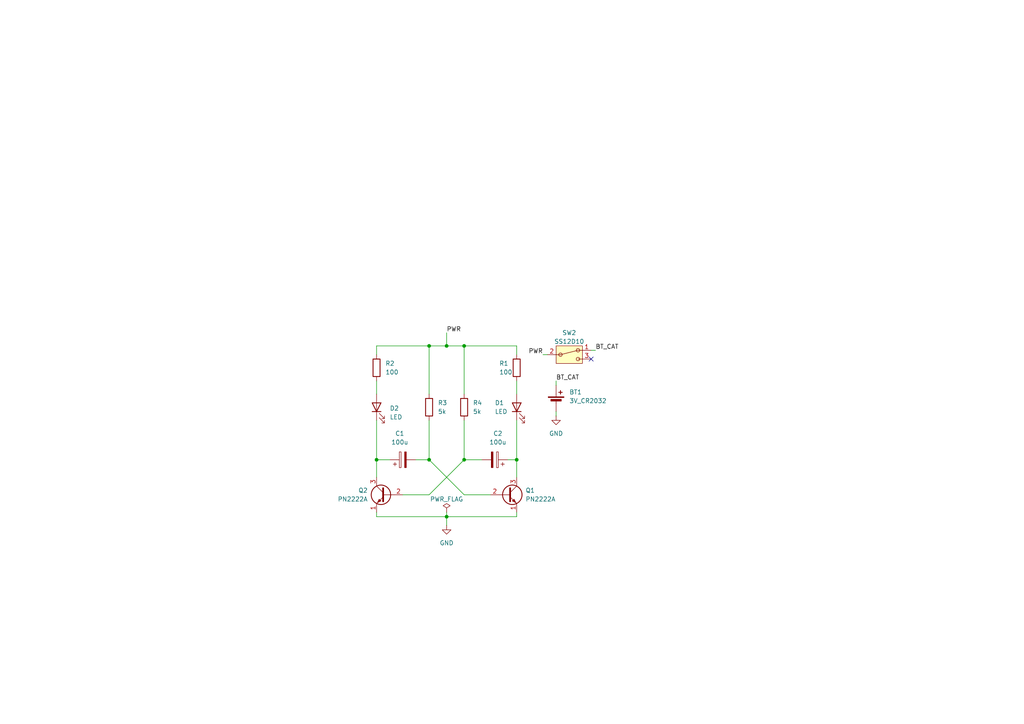
<source format=kicad_sch>
(kicad_sch
	(version 20250114)
	(generator "eeschema")
	(generator_version "9.0")
	(uuid "7878ac45-08c1-4532-a2a0-9d343f499108")
	(paper "A4")
	(title_block
		(title "LED Flip Flop Board")
		(date "2025-08-29")
		(company "Individual Project")
	)
	(lib_symbols
		(symbol "Device:Battery_Cell"
			(pin_numbers
				(hide yes)
			)
			(pin_names
				(offset 0)
				(hide yes)
			)
			(exclude_from_sim no)
			(in_bom yes)
			(on_board yes)
			(property "Reference" "BT"
				(at 2.54 2.54 0)
				(effects
					(font
						(size 1.27 1.27)
					)
					(justify left)
				)
			)
			(property "Value" "Battery_Cell"
				(at 2.54 0 0)
				(effects
					(font
						(size 1.27 1.27)
					)
					(justify left)
				)
			)
			(property "Footprint" ""
				(at 0 1.524 90)
				(effects
					(font
						(size 1.27 1.27)
					)
					(hide yes)
				)
			)
			(property "Datasheet" "~"
				(at 0 1.524 90)
				(effects
					(font
						(size 1.27 1.27)
					)
					(hide yes)
				)
			)
			(property "Description" "Single-cell battery"
				(at 0 0 0)
				(effects
					(font
						(size 1.27 1.27)
					)
					(hide yes)
				)
			)
			(property "ki_keywords" "battery cell"
				(at 0 0 0)
				(effects
					(font
						(size 1.27 1.27)
					)
					(hide yes)
				)
			)
			(symbol "Battery_Cell_0_1"
				(rectangle
					(start -2.286 1.778)
					(end 2.286 1.524)
					(stroke
						(width 0)
						(type default)
					)
					(fill
						(type outline)
					)
				)
				(rectangle
					(start -1.524 1.016)
					(end 1.524 0.508)
					(stroke
						(width 0)
						(type default)
					)
					(fill
						(type outline)
					)
				)
				(polyline
					(pts
						(xy 0 1.778) (xy 0 2.54)
					)
					(stroke
						(width 0)
						(type default)
					)
					(fill
						(type none)
					)
				)
				(polyline
					(pts
						(xy 0 0.762) (xy 0 0)
					)
					(stroke
						(width 0)
						(type default)
					)
					(fill
						(type none)
					)
				)
				(polyline
					(pts
						(xy 0.762 3.048) (xy 1.778 3.048)
					)
					(stroke
						(width 0.254)
						(type default)
					)
					(fill
						(type none)
					)
				)
				(polyline
					(pts
						(xy 1.27 3.556) (xy 1.27 2.54)
					)
					(stroke
						(width 0.254)
						(type default)
					)
					(fill
						(type none)
					)
				)
			)
			(symbol "Battery_Cell_1_1"
				(pin passive line
					(at 0 5.08 270)
					(length 2.54)
					(name "+"
						(effects
							(font
								(size 1.27 1.27)
							)
						)
					)
					(number "1"
						(effects
							(font
								(size 1.27 1.27)
							)
						)
					)
				)
				(pin passive line
					(at 0 -2.54 90)
					(length 2.54)
					(name "-"
						(effects
							(font
								(size 1.27 1.27)
							)
						)
					)
					(number "2"
						(effects
							(font
								(size 1.27 1.27)
							)
						)
					)
				)
			)
			(embedded_fonts no)
		)
		(symbol "Device:C_Polarized"
			(pin_numbers
				(hide yes)
			)
			(pin_names
				(offset 0.254)
			)
			(exclude_from_sim no)
			(in_bom yes)
			(on_board yes)
			(property "Reference" "C"
				(at 0.635 2.54 0)
				(effects
					(font
						(size 1.27 1.27)
					)
					(justify left)
				)
			)
			(property "Value" "C_Polarized"
				(at 0.635 -2.54 0)
				(effects
					(font
						(size 1.27 1.27)
					)
					(justify left)
				)
			)
			(property "Footprint" ""
				(at 0.9652 -3.81 0)
				(effects
					(font
						(size 1.27 1.27)
					)
					(hide yes)
				)
			)
			(property "Datasheet" "~"
				(at 0 0 0)
				(effects
					(font
						(size 1.27 1.27)
					)
					(hide yes)
				)
			)
			(property "Description" "Polarized capacitor"
				(at 0 0 0)
				(effects
					(font
						(size 1.27 1.27)
					)
					(hide yes)
				)
			)
			(property "ki_keywords" "cap capacitor"
				(at 0 0 0)
				(effects
					(font
						(size 1.27 1.27)
					)
					(hide yes)
				)
			)
			(property "ki_fp_filters" "CP_*"
				(at 0 0 0)
				(effects
					(font
						(size 1.27 1.27)
					)
					(hide yes)
				)
			)
			(symbol "C_Polarized_0_1"
				(rectangle
					(start -2.286 0.508)
					(end 2.286 1.016)
					(stroke
						(width 0)
						(type default)
					)
					(fill
						(type none)
					)
				)
				(polyline
					(pts
						(xy -1.778 2.286) (xy -0.762 2.286)
					)
					(stroke
						(width 0)
						(type default)
					)
					(fill
						(type none)
					)
				)
				(polyline
					(pts
						(xy -1.27 2.794) (xy -1.27 1.778)
					)
					(stroke
						(width 0)
						(type default)
					)
					(fill
						(type none)
					)
				)
				(rectangle
					(start 2.286 -0.508)
					(end -2.286 -1.016)
					(stroke
						(width 0)
						(type default)
					)
					(fill
						(type outline)
					)
				)
			)
			(symbol "C_Polarized_1_1"
				(pin passive line
					(at 0 3.81 270)
					(length 2.794)
					(name "~"
						(effects
							(font
								(size 1.27 1.27)
							)
						)
					)
					(number "1"
						(effects
							(font
								(size 1.27 1.27)
							)
						)
					)
				)
				(pin passive line
					(at 0 -3.81 90)
					(length 2.794)
					(name "~"
						(effects
							(font
								(size 1.27 1.27)
							)
						)
					)
					(number "2"
						(effects
							(font
								(size 1.27 1.27)
							)
						)
					)
				)
			)
			(embedded_fonts no)
		)
		(symbol "Device:LED"
			(pin_numbers
				(hide yes)
			)
			(pin_names
				(offset 1.016)
				(hide yes)
			)
			(exclude_from_sim no)
			(in_bom yes)
			(on_board yes)
			(property "Reference" "D"
				(at 0 2.54 0)
				(effects
					(font
						(size 1.27 1.27)
					)
				)
			)
			(property "Value" "LED"
				(at 0 -2.54 0)
				(effects
					(font
						(size 1.27 1.27)
					)
				)
			)
			(property "Footprint" ""
				(at 0 0 0)
				(effects
					(font
						(size 1.27 1.27)
					)
					(hide yes)
				)
			)
			(property "Datasheet" "~"
				(at 0 0 0)
				(effects
					(font
						(size 1.27 1.27)
					)
					(hide yes)
				)
			)
			(property "Description" "Light emitting diode"
				(at 0 0 0)
				(effects
					(font
						(size 1.27 1.27)
					)
					(hide yes)
				)
			)
			(property "Sim.Pins" "1=K 2=A"
				(at 0 0 0)
				(effects
					(font
						(size 1.27 1.27)
					)
					(hide yes)
				)
			)
			(property "ki_keywords" "LED diode"
				(at 0 0 0)
				(effects
					(font
						(size 1.27 1.27)
					)
					(hide yes)
				)
			)
			(property "ki_fp_filters" "LED* LED_SMD:* LED_THT:*"
				(at 0 0 0)
				(effects
					(font
						(size 1.27 1.27)
					)
					(hide yes)
				)
			)
			(symbol "LED_0_1"
				(polyline
					(pts
						(xy -3.048 -0.762) (xy -4.572 -2.286) (xy -3.81 -2.286) (xy -4.572 -2.286) (xy -4.572 -1.524)
					)
					(stroke
						(width 0)
						(type default)
					)
					(fill
						(type none)
					)
				)
				(polyline
					(pts
						(xy -1.778 -0.762) (xy -3.302 -2.286) (xy -2.54 -2.286) (xy -3.302 -2.286) (xy -3.302 -1.524)
					)
					(stroke
						(width 0)
						(type default)
					)
					(fill
						(type none)
					)
				)
				(polyline
					(pts
						(xy -1.27 0) (xy 1.27 0)
					)
					(stroke
						(width 0)
						(type default)
					)
					(fill
						(type none)
					)
				)
				(polyline
					(pts
						(xy -1.27 -1.27) (xy -1.27 1.27)
					)
					(stroke
						(width 0.254)
						(type default)
					)
					(fill
						(type none)
					)
				)
				(polyline
					(pts
						(xy 1.27 -1.27) (xy 1.27 1.27) (xy -1.27 0) (xy 1.27 -1.27)
					)
					(stroke
						(width 0.254)
						(type default)
					)
					(fill
						(type none)
					)
				)
			)
			(symbol "LED_1_1"
				(pin passive line
					(at -3.81 0 0)
					(length 2.54)
					(name "K"
						(effects
							(font
								(size 1.27 1.27)
							)
						)
					)
					(number "1"
						(effects
							(font
								(size 1.27 1.27)
							)
						)
					)
				)
				(pin passive line
					(at 3.81 0 180)
					(length 2.54)
					(name "A"
						(effects
							(font
								(size 1.27 1.27)
							)
						)
					)
					(number "2"
						(effects
							(font
								(size 1.27 1.27)
							)
						)
					)
				)
			)
			(embedded_fonts no)
		)
		(symbol "Device:R"
			(pin_numbers
				(hide yes)
			)
			(pin_names
				(offset 0)
			)
			(exclude_from_sim no)
			(in_bom yes)
			(on_board yes)
			(property "Reference" "R"
				(at 2.032 0 90)
				(effects
					(font
						(size 1.27 1.27)
					)
				)
			)
			(property "Value" "R"
				(at 0 0 90)
				(effects
					(font
						(size 1.27 1.27)
					)
				)
			)
			(property "Footprint" ""
				(at -1.778 0 90)
				(effects
					(font
						(size 1.27 1.27)
					)
					(hide yes)
				)
			)
			(property "Datasheet" "~"
				(at 0 0 0)
				(effects
					(font
						(size 1.27 1.27)
					)
					(hide yes)
				)
			)
			(property "Description" "Resistor"
				(at 0 0 0)
				(effects
					(font
						(size 1.27 1.27)
					)
					(hide yes)
				)
			)
			(property "ki_keywords" "R res resistor"
				(at 0 0 0)
				(effects
					(font
						(size 1.27 1.27)
					)
					(hide yes)
				)
			)
			(property "ki_fp_filters" "R_*"
				(at 0 0 0)
				(effects
					(font
						(size 1.27 1.27)
					)
					(hide yes)
				)
			)
			(symbol "R_0_1"
				(rectangle
					(start -1.016 2.54)
					(end 1.016 -2.54)
					(stroke
						(width 0.254)
						(type default)
					)
					(fill
						(type none)
					)
				)
			)
			(symbol "R_1_1"
				(pin passive line
					(at 0 3.81 270)
					(length 1.27)
					(name "~"
						(effects
							(font
								(size 1.27 1.27)
							)
						)
					)
					(number "1"
						(effects
							(font
								(size 1.27 1.27)
							)
						)
					)
				)
				(pin passive line
					(at 0 -3.81 90)
					(length 1.27)
					(name "~"
						(effects
							(font
								(size 1.27 1.27)
							)
						)
					)
					(number "2"
						(effects
							(font
								(size 1.27 1.27)
							)
						)
					)
				)
			)
			(embedded_fonts no)
		)
		(symbol "Slide_Switch_SS12D10:SS-12D10"
			(exclude_from_sim no)
			(in_bom yes)
			(on_board yes)
			(property "Reference" "SW"
				(at 0 3.81 0)
				(effects
					(font
						(size 1.27 1.27)
					)
				)
			)
			(property "Value" ""
				(at 0 0 0)
				(effects
					(font
						(size 1.27 1.27)
					)
				)
			)
			(property "Footprint" "Slide_Switch_SS12D10:SS12D10_12.7x6.7mm_P4.7mm"
				(at -0.254 -4.572 0)
				(effects
					(font
						(size 1.27 1.27)
					)
					(hide yes)
				)
			)
			(property "Datasheet" "https://www.chinadaier.com/slide-switch-spdt/"
				(at 0 -7.62 0)
				(effects
					(font
						(size 1.27 1.27)
					)
					(hide yes)
				)
			)
			(property "Description" ""
				(at 0 0 0)
				(effects
					(font
						(size 1.27 1.27)
					)
					(hide yes)
				)
			)
			(property "ki_keywords" "switch, SS12D10"
				(at 0 0 0)
				(effects
					(font
						(size 1.27 1.27)
					)
					(hide yes)
				)
			)
			(symbol "SS-12D10_1_1"
				(rectangle
					(start -3.81 2.54)
					(end 3.81 -2.54)
					(stroke
						(width 0)
						(type solid)
					)
					(fill
						(type color)
						(color 255 255 194 1)
					)
				)
				(polyline
					(pts
						(xy -3.81 0) (xy -2.54 0)
					)
					(stroke
						(width 0)
						(type default)
					)
					(fill
						(type none)
					)
				)
				(circle
					(center -2.54 0)
					(radius 0.5)
					(stroke
						(width 0)
						(type default)
					)
					(fill
						(type none)
					)
				)
				(polyline
					(pts
						(xy -2.54 0) (xy 2.54 1.27)
					)
					(stroke
						(width 0)
						(type default)
					)
					(fill
						(type none)
					)
				)
				(circle
					(center 2.54 1.27)
					(radius 0.5)
					(stroke
						(width 0)
						(type default)
					)
					(fill
						(type none)
					)
				)
				(circle
					(center 2.54 -1.27)
					(radius 0.5)
					(stroke
						(width 0)
						(type default)
					)
					(fill
						(type none)
					)
				)
				(polyline
					(pts
						(xy 3.81 1.27) (xy 2.54 1.27)
					)
					(stroke
						(width 0)
						(type default)
					)
					(fill
						(type none)
					)
				)
				(polyline
					(pts
						(xy 3.81 -1.27) (xy 2.54 -1.27)
					)
					(stroke
						(width 0)
						(type default)
					)
					(fill
						(type none)
					)
				)
				(pin passive line
					(at -6.35 0 0)
					(length 2.54)
					(name "~"
						(effects
							(font
								(size 1.27 1.27)
							)
						)
					)
					(number "2"
						(effects
							(font
								(size 1.27 1.27)
							)
						)
					)
				)
				(pin passive line
					(at 6.35 1.27 180)
					(length 2.54)
					(name "~"
						(effects
							(font
								(size 1.27 1.27)
							)
						)
					)
					(number "1"
						(effects
							(font
								(size 1.27 1.27)
							)
						)
					)
				)
				(pin passive line
					(at 6.35 -1.27 180)
					(length 2.54)
					(name "~"
						(effects
							(font
								(size 1.27 1.27)
							)
						)
					)
					(number "3"
						(effects
							(font
								(size 1.27 1.27)
							)
						)
					)
				)
			)
			(embedded_fonts no)
		)
		(symbol "Transistor_BJT:PN2222A"
			(pin_names
				(offset 0)
				(hide yes)
			)
			(exclude_from_sim no)
			(in_bom yes)
			(on_board yes)
			(property "Reference" "Q"
				(at 5.08 1.905 0)
				(effects
					(font
						(size 1.27 1.27)
					)
					(justify left)
				)
			)
			(property "Value" "PN2222A"
				(at 5.08 0 0)
				(effects
					(font
						(size 1.27 1.27)
					)
					(justify left)
				)
			)
			(property "Footprint" "Package_TO_SOT_THT:TO-92_Inline"
				(at 5.08 -1.905 0)
				(effects
					(font
						(size 1.27 1.27)
						(italic yes)
					)
					(justify left)
					(hide yes)
				)
			)
			(property "Datasheet" "https://www.onsemi.com/pub/Collateral/PN2222-D.PDF"
				(at 0 0 0)
				(effects
					(font
						(size 1.27 1.27)
					)
					(justify left)
					(hide yes)
				)
			)
			(property "Description" "1A Ic, 40V Vce, NPN Transistor, General Purpose Transistor, TO-92"
				(at 0 0 0)
				(effects
					(font
						(size 1.27 1.27)
					)
					(hide yes)
				)
			)
			(property "ki_keywords" "NPN Transistor"
				(at 0 0 0)
				(effects
					(font
						(size 1.27 1.27)
					)
					(hide yes)
				)
			)
			(property "ki_fp_filters" "TO?92*"
				(at 0 0 0)
				(effects
					(font
						(size 1.27 1.27)
					)
					(hide yes)
				)
			)
			(symbol "PN2222A_0_1"
				(polyline
					(pts
						(xy -2.54 0) (xy 0.635 0)
					)
					(stroke
						(width 0)
						(type default)
					)
					(fill
						(type none)
					)
				)
				(polyline
					(pts
						(xy 0.635 1.905) (xy 0.635 -1.905)
					)
					(stroke
						(width 0.508)
						(type default)
					)
					(fill
						(type none)
					)
				)
				(circle
					(center 1.27 0)
					(radius 2.8194)
					(stroke
						(width 0.254)
						(type default)
					)
					(fill
						(type none)
					)
				)
			)
			(symbol "PN2222A_1_1"
				(polyline
					(pts
						(xy 0.635 0.635) (xy 2.54 2.54)
					)
					(stroke
						(width 0)
						(type default)
					)
					(fill
						(type none)
					)
				)
				(polyline
					(pts
						(xy 0.635 -0.635) (xy 2.54 -2.54)
					)
					(stroke
						(width 0)
						(type default)
					)
					(fill
						(type none)
					)
				)
				(polyline
					(pts
						(xy 1.27 -1.778) (xy 1.778 -1.27) (xy 2.286 -2.286) (xy 1.27 -1.778)
					)
					(stroke
						(width 0)
						(type default)
					)
					(fill
						(type outline)
					)
				)
				(pin input line
					(at -5.08 0 0)
					(length 2.54)
					(name "B"
						(effects
							(font
								(size 1.27 1.27)
							)
						)
					)
					(number "2"
						(effects
							(font
								(size 1.27 1.27)
							)
						)
					)
				)
				(pin passive line
					(at 2.54 5.08 270)
					(length 2.54)
					(name "C"
						(effects
							(font
								(size 1.27 1.27)
							)
						)
					)
					(number "3"
						(effects
							(font
								(size 1.27 1.27)
							)
						)
					)
				)
				(pin passive line
					(at 2.54 -5.08 90)
					(length 2.54)
					(name "E"
						(effects
							(font
								(size 1.27 1.27)
							)
						)
					)
					(number "1"
						(effects
							(font
								(size 1.27 1.27)
							)
						)
					)
				)
			)
			(embedded_fonts no)
		)
		(symbol "power:GND"
			(power)
			(pin_numbers
				(hide yes)
			)
			(pin_names
				(offset 0)
				(hide yes)
			)
			(exclude_from_sim no)
			(in_bom yes)
			(on_board yes)
			(property "Reference" "#PWR"
				(at 0 -6.35 0)
				(effects
					(font
						(size 1.27 1.27)
					)
					(hide yes)
				)
			)
			(property "Value" "GND"
				(at 0 -3.81 0)
				(effects
					(font
						(size 1.27 1.27)
					)
				)
			)
			(property "Footprint" ""
				(at 0 0 0)
				(effects
					(font
						(size 1.27 1.27)
					)
					(hide yes)
				)
			)
			(property "Datasheet" ""
				(at 0 0 0)
				(effects
					(font
						(size 1.27 1.27)
					)
					(hide yes)
				)
			)
			(property "Description" "Power symbol creates a global label with name \"GND\" , ground"
				(at 0 0 0)
				(effects
					(font
						(size 1.27 1.27)
					)
					(hide yes)
				)
			)
			(property "ki_keywords" "global power"
				(at 0 0 0)
				(effects
					(font
						(size 1.27 1.27)
					)
					(hide yes)
				)
			)
			(symbol "GND_0_1"
				(polyline
					(pts
						(xy 0 0) (xy 0 -1.27) (xy 1.27 -1.27) (xy 0 -2.54) (xy -1.27 -1.27) (xy 0 -1.27)
					)
					(stroke
						(width 0)
						(type default)
					)
					(fill
						(type none)
					)
				)
			)
			(symbol "GND_1_1"
				(pin power_in line
					(at 0 0 270)
					(length 0)
					(name "~"
						(effects
							(font
								(size 1.27 1.27)
							)
						)
					)
					(number "1"
						(effects
							(font
								(size 1.27 1.27)
							)
						)
					)
				)
			)
			(embedded_fonts no)
		)
		(symbol "power:PWR_FLAG"
			(power)
			(pin_numbers
				(hide yes)
			)
			(pin_names
				(offset 0)
				(hide yes)
			)
			(exclude_from_sim no)
			(in_bom yes)
			(on_board yes)
			(property "Reference" "#FLG"
				(at 0 1.905 0)
				(effects
					(font
						(size 1.27 1.27)
					)
					(hide yes)
				)
			)
			(property "Value" "PWR_FLAG"
				(at 0 3.81 0)
				(effects
					(font
						(size 1.27 1.27)
					)
				)
			)
			(property "Footprint" ""
				(at 0 0 0)
				(effects
					(font
						(size 1.27 1.27)
					)
					(hide yes)
				)
			)
			(property "Datasheet" "~"
				(at 0 0 0)
				(effects
					(font
						(size 1.27 1.27)
					)
					(hide yes)
				)
			)
			(property "Description" "Special symbol for telling ERC where power comes from"
				(at 0 0 0)
				(effects
					(font
						(size 1.27 1.27)
					)
					(hide yes)
				)
			)
			(property "ki_keywords" "flag power"
				(at 0 0 0)
				(effects
					(font
						(size 1.27 1.27)
					)
					(hide yes)
				)
			)
			(symbol "PWR_FLAG_0_0"
				(pin power_out line
					(at 0 0 90)
					(length 0)
					(name "~"
						(effects
							(font
								(size 1.27 1.27)
							)
						)
					)
					(number "1"
						(effects
							(font
								(size 1.27 1.27)
							)
						)
					)
				)
			)
			(symbol "PWR_FLAG_0_1"
				(polyline
					(pts
						(xy 0 0) (xy 0 1.27) (xy -1.016 1.905) (xy 0 2.54) (xy 1.016 1.905) (xy 0 1.27)
					)
					(stroke
						(width 0)
						(type default)
					)
					(fill
						(type none)
					)
				)
			)
			(embedded_fonts no)
		)
	)
	(junction
		(at 129.54 100.33)
		(diameter 0)
		(color 0 0 0 0)
		(uuid "16010de6-5452-4466-b3a3-dc14d43ea944")
	)
	(junction
		(at 134.62 133.35)
		(diameter 0)
		(color 0 0 0 0)
		(uuid "18536491-7f28-454b-a585-5c0b15b23aef")
	)
	(junction
		(at 124.46 133.35)
		(diameter 0)
		(color 0 0 0 0)
		(uuid "1fa268bf-1140-457b-8390-374b2e7a65fc")
	)
	(junction
		(at 134.62 100.33)
		(diameter 0)
		(color 0 0 0 0)
		(uuid "2c90da79-13f4-481f-b042-1f1f7bf39df8")
	)
	(junction
		(at 124.46 100.33)
		(diameter 0)
		(color 0 0 0 0)
		(uuid "72547062-0518-4945-8207-3a84436e9540")
	)
	(junction
		(at 129.54 149.86)
		(diameter 0)
		(color 0 0 0 0)
		(uuid "80712585-a99c-46a4-80a8-d737804b8427")
	)
	(junction
		(at 109.22 133.35)
		(diameter 0)
		(color 0 0 0 0)
		(uuid "82e61b8e-306f-4439-86b1-f5d0aa5acbe9")
	)
	(junction
		(at 149.86 133.35)
		(diameter 0)
		(color 0 0 0 0)
		(uuid "dac4f458-1876-453b-a843-4bfd22e0de0d")
	)
	(no_connect
		(at 171.45 104.14)
		(uuid "0030dd19-d3de-4bb2-ac81-b8d0661aa596")
	)
	(wire
		(pts
			(xy 109.22 149.86) (xy 129.54 149.86)
		)
		(stroke
			(width 0)
			(type default)
		)
		(uuid "0a927607-a4ee-4f37-9ef6-c383986c4d83")
	)
	(wire
		(pts
			(xy 124.46 100.33) (xy 124.46 114.3)
		)
		(stroke
			(width 0)
			(type default)
		)
		(uuid "15ef4054-78db-4ce5-91ad-96a9fb6b7083")
	)
	(wire
		(pts
			(xy 134.62 143.51) (xy 124.46 133.35)
		)
		(stroke
			(width 0)
			(type default)
		)
		(uuid "1962a147-dfd8-4104-a06e-2413c65c8eeb")
	)
	(wire
		(pts
			(xy 149.86 110.49) (xy 149.86 114.3)
		)
		(stroke
			(width 0)
			(type default)
		)
		(uuid "19da7353-8afb-40d8-8740-0d5d991ccdf7")
	)
	(wire
		(pts
			(xy 149.86 121.92) (xy 149.86 133.35)
		)
		(stroke
			(width 0)
			(type default)
		)
		(uuid "1b43dd31-335f-4ab0-b9ae-ca373567241f")
	)
	(wire
		(pts
			(xy 129.54 149.86) (xy 149.86 149.86)
		)
		(stroke
			(width 0)
			(type default)
		)
		(uuid "1d5ae364-bcc9-4354-b6b3-cf51f2779d3c")
	)
	(wire
		(pts
			(xy 158.75 102.87) (xy 157.48 102.87)
		)
		(stroke
			(width 0)
			(type default)
		)
		(uuid "25801695-ed9c-4dc7-8e74-a27d95fd2be2")
	)
	(wire
		(pts
			(xy 129.54 100.33) (xy 134.62 100.33)
		)
		(stroke
			(width 0)
			(type default)
		)
		(uuid "29acef59-e6a8-451d-af56-86229e120b2c")
	)
	(wire
		(pts
			(xy 124.46 143.51) (xy 134.62 133.35)
		)
		(stroke
			(width 0)
			(type default)
		)
		(uuid "3214f3e2-d294-474f-9f01-a2ee59b1a4b1")
	)
	(wire
		(pts
			(xy 109.22 100.33) (xy 124.46 100.33)
		)
		(stroke
			(width 0)
			(type default)
		)
		(uuid "381f07ad-db3d-4a28-93c9-30a2660c637d")
	)
	(wire
		(pts
			(xy 134.62 100.33) (xy 149.86 100.33)
		)
		(stroke
			(width 0)
			(type default)
		)
		(uuid "3ac50918-9787-48fe-afef-61ebf7c8274c")
	)
	(wire
		(pts
			(xy 116.84 143.51) (xy 124.46 143.51)
		)
		(stroke
			(width 0)
			(type default)
		)
		(uuid "44f5c9b8-7261-477c-ba48-970826d389a4")
	)
	(wire
		(pts
			(xy 149.86 100.33) (xy 149.86 102.87)
		)
		(stroke
			(width 0)
			(type default)
		)
		(uuid "4e085bdd-aaea-41a0-91b4-aa6e09e3d75a")
	)
	(wire
		(pts
			(xy 161.29 110.49) (xy 161.29 111.76)
		)
		(stroke
			(width 0)
			(type default)
		)
		(uuid "50aeef93-844c-4907-a94c-47880ae3d2ee")
	)
	(wire
		(pts
			(xy 149.86 148.59) (xy 149.86 149.86)
		)
		(stroke
			(width 0)
			(type default)
		)
		(uuid "67b61d3f-0322-4e54-8d5c-3f63b5a9c781")
	)
	(wire
		(pts
			(xy 161.29 119.38) (xy 161.29 120.65)
		)
		(stroke
			(width 0)
			(type default)
		)
		(uuid "728eb9bf-33da-451e-9d7d-453d921841e1")
	)
	(wire
		(pts
			(xy 129.54 149.86) (xy 129.54 152.4)
		)
		(stroke
			(width 0)
			(type default)
		)
		(uuid "772cc35d-9917-4363-b421-200b51062651")
	)
	(wire
		(pts
			(xy 109.22 102.87) (xy 109.22 100.33)
		)
		(stroke
			(width 0)
			(type default)
		)
		(uuid "9eefb742-aecc-4873-baea-85f54d54bf74")
	)
	(wire
		(pts
			(xy 109.22 148.59) (xy 109.22 149.86)
		)
		(stroke
			(width 0)
			(type default)
		)
		(uuid "a29e310a-91c7-4211-b941-627bae657ccd")
	)
	(wire
		(pts
			(xy 149.86 133.35) (xy 149.86 138.43)
		)
		(stroke
			(width 0)
			(type default)
		)
		(uuid "a8445cac-225e-4af2-9af4-fc69895d2fc7")
	)
	(wire
		(pts
			(xy 120.65 133.35) (xy 124.46 133.35)
		)
		(stroke
			(width 0)
			(type default)
		)
		(uuid "a882b83b-2fb6-4ab0-baa5-97ef92b8032f")
	)
	(wire
		(pts
			(xy 134.62 100.33) (xy 134.62 114.3)
		)
		(stroke
			(width 0)
			(type default)
		)
		(uuid "b7e1a8dd-7577-4ad6-8f5f-8d519faaec27")
	)
	(wire
		(pts
			(xy 124.46 100.33) (xy 129.54 100.33)
		)
		(stroke
			(width 0)
			(type default)
		)
		(uuid "bdd89ca2-919a-429f-973d-333fe7030e57")
	)
	(wire
		(pts
			(xy 134.62 133.35) (xy 139.7 133.35)
		)
		(stroke
			(width 0)
			(type default)
		)
		(uuid "c67d2e8a-84b0-4eb2-b189-818000d92d53")
	)
	(wire
		(pts
			(xy 134.62 121.92) (xy 134.62 133.35)
		)
		(stroke
			(width 0)
			(type default)
		)
		(uuid "d1601d91-4efb-4dc0-8612-aa31ec33b04e")
	)
	(wire
		(pts
			(xy 129.54 96.52) (xy 129.54 100.33)
		)
		(stroke
			(width 0)
			(type default)
		)
		(uuid "d3804395-7377-4d75-b8e7-798b6fd79df1")
	)
	(wire
		(pts
			(xy 134.62 143.51) (xy 142.24 143.51)
		)
		(stroke
			(width 0)
			(type default)
		)
		(uuid "d8d383be-c332-4def-9efc-384c796116fe")
	)
	(wire
		(pts
			(xy 109.22 121.92) (xy 109.22 133.35)
		)
		(stroke
			(width 0)
			(type default)
		)
		(uuid "dd65abaf-bf94-4e62-9a10-f7d8c0c2d0f0")
	)
	(wire
		(pts
			(xy 109.22 133.35) (xy 113.03 133.35)
		)
		(stroke
			(width 0)
			(type default)
		)
		(uuid "e2ec0600-7e2c-4d29-837e-dec31702ed27")
	)
	(wire
		(pts
			(xy 124.46 121.92) (xy 124.46 133.35)
		)
		(stroke
			(width 0)
			(type default)
		)
		(uuid "e41d14a5-4482-482a-bcc7-ca2be1e5a5a5")
	)
	(wire
		(pts
			(xy 147.32 133.35) (xy 149.86 133.35)
		)
		(stroke
			(width 0)
			(type default)
		)
		(uuid "ef316909-6df8-450c-b646-31d806455665")
	)
	(wire
		(pts
			(xy 109.22 133.35) (xy 109.22 138.43)
		)
		(stroke
			(width 0)
			(type default)
		)
		(uuid "f05770db-23e0-4c5d-a2da-e3b3acb7ab0b")
	)
	(wire
		(pts
			(xy 171.45 101.6) (xy 172.72 101.6)
		)
		(stroke
			(width 0)
			(type default)
		)
		(uuid "f2ff05e2-f460-43d1-86a9-d50c21447bc0")
	)
	(wire
		(pts
			(xy 129.54 148.59) (xy 129.54 149.86)
		)
		(stroke
			(width 0)
			(type default)
		)
		(uuid "f4d508d0-cbce-482d-9ee2-3bebb773ec0c")
	)
	(wire
		(pts
			(xy 109.22 110.49) (xy 109.22 114.3)
		)
		(stroke
			(width 0)
			(type default)
		)
		(uuid "fb80b729-1ff6-45d0-9b7c-d4c7cb4c59b8")
	)
	(label "PWR"
		(at 129.54 96.52 0)
		(effects
			(font
				(size 1.27 1.27)
			)
			(justify left bottom)
		)
		(uuid "4fa5f01a-70ee-4e36-b96f-bcf31af1f3b1")
	)
	(label "BT_CAT"
		(at 172.72 101.6 0)
		(effects
			(font
				(size 1.27 1.27)
			)
			(justify left bottom)
		)
		(uuid "617e3813-86d3-4e57-bc10-88435d867b85")
	)
	(label "BT_CAT"
		(at 161.29 110.49 0)
		(effects
			(font
				(size 1.27 1.27)
			)
			(justify left bottom)
		)
		(uuid "9f85878f-de25-40e3-9894-3f69362fb16f")
	)
	(label "PWR"
		(at 157.48 102.87 180)
		(effects
			(font
				(size 1.27 1.27)
			)
			(justify right bottom)
		)
		(uuid "cffe1f99-c652-4fa0-8adc-5caf00ffcfa1")
	)
	(symbol
		(lib_id "Device:R")
		(at 134.62 118.11 0)
		(unit 1)
		(exclude_from_sim no)
		(in_bom yes)
		(on_board yes)
		(dnp no)
		(fields_autoplaced yes)
		(uuid "099fad68-08a3-4011-ab7c-2b6cd72fb305")
		(property "Reference" "R4"
			(at 137.16 116.8399 0)
			(effects
				(font
					(size 1.27 1.27)
				)
				(justify left)
			)
		)
		(property "Value" "5k"
			(at 137.16 119.3799 0)
			(effects
				(font
					(size 1.27 1.27)
				)
				(justify left)
			)
		)
		(property "Footprint" "Resistor_THT:R_Axial_DIN0207_L6.3mm_D2.5mm_P10.16mm_Horizontal"
			(at 132.842 118.11 90)
			(effects
				(font
					(size 1.27 1.27)
				)
				(hide yes)
			)
		)
		(property "Datasheet" "~"
			(at 134.62 118.11 0)
			(effects
				(font
					(size 1.27 1.27)
				)
				(hide yes)
			)
		)
		(property "Description" "Resistor"
			(at 134.62 118.11 0)
			(effects
				(font
					(size 1.27 1.27)
				)
				(hide yes)
			)
		)
		(pin "1"
			(uuid "079b44ff-30f6-42ac-bd24-ed41339126b3")
		)
		(pin "2"
			(uuid "b8b72338-8a77-437b-ae2d-da0b241d52e4")
		)
		(instances
			(project "LED Flip Flop"
				(path "/7878ac45-08c1-4532-a2a0-9d343f499108"
					(reference "R4")
					(unit 1)
				)
			)
		)
	)
	(symbol
		(lib_id "Device:R")
		(at 109.22 106.68 0)
		(unit 1)
		(exclude_from_sim no)
		(in_bom yes)
		(on_board yes)
		(dnp no)
		(fields_autoplaced yes)
		(uuid "0c821943-43b4-42cd-8289-830032c5dee2")
		(property "Reference" "R2"
			(at 111.76 105.4099 0)
			(effects
				(font
					(size 1.27 1.27)
				)
				(justify left)
			)
		)
		(property "Value" "100"
			(at 111.76 107.9499 0)
			(effects
				(font
					(size 1.27 1.27)
				)
				(justify left)
			)
		)
		(property "Footprint" "Resistor_THT:R_Axial_DIN0207_L6.3mm_D2.5mm_P10.16mm_Horizontal"
			(at 107.442 106.68 90)
			(effects
				(font
					(size 1.27 1.27)
				)
				(hide yes)
			)
		)
		(property "Datasheet" "~"
			(at 109.22 106.68 0)
			(effects
				(font
					(size 1.27 1.27)
				)
				(hide yes)
			)
		)
		(property "Description" "Resistor"
			(at 109.22 106.68 0)
			(effects
				(font
					(size 1.27 1.27)
				)
				(hide yes)
			)
		)
		(pin "1"
			(uuid "036b55da-7444-41ce-90b1-59e92560bfb6")
		)
		(pin "2"
			(uuid "63f2b0a6-13b4-4b9f-b5da-0909d3856ff8")
		)
		(instances
			(project "LED Flip Flop"
				(path "/7878ac45-08c1-4532-a2a0-9d343f499108"
					(reference "R2")
					(unit 1)
				)
			)
		)
	)
	(symbol
		(lib_id "Device:LED")
		(at 149.86 118.11 90)
		(unit 1)
		(exclude_from_sim no)
		(in_bom yes)
		(on_board yes)
		(dnp no)
		(uuid "18ce2439-c0f0-4502-9af3-d6cdf78e8b30")
		(property "Reference" "D1"
			(at 143.51 116.84 90)
			(effects
				(font
					(size 1.27 1.27)
				)
				(justify right)
			)
		)
		(property "Value" "LED"
			(at 143.51 119.38 90)
			(effects
				(font
					(size 1.27 1.27)
				)
				(justify right)
			)
		)
		(property "Footprint" "LED_THT:LED_D5.0mm"
			(at 149.86 118.11 0)
			(effects
				(font
					(size 1.27 1.27)
				)
				(hide yes)
			)
		)
		(property "Datasheet" "~"
			(at 149.86 118.11 0)
			(effects
				(font
					(size 1.27 1.27)
				)
				(hide yes)
			)
		)
		(property "Description" "Light emitting diode"
			(at 149.86 118.11 0)
			(effects
				(font
					(size 1.27 1.27)
				)
				(hide yes)
			)
		)
		(property "Sim.Pins" "1=K 2=A"
			(at 149.86 118.11 0)
			(effects
				(font
					(size 1.27 1.27)
				)
				(hide yes)
			)
		)
		(pin "2"
			(uuid "905288d6-113e-4020-a56f-8af3d0353241")
		)
		(pin "1"
			(uuid "6b39a3e1-bc8f-4067-bf11-98e29d6bcb85")
		)
		(instances
			(project ""
				(path "/7878ac45-08c1-4532-a2a0-9d343f499108"
					(reference "D1")
					(unit 1)
				)
			)
		)
	)
	(symbol
		(lib_id "Device:C_Polarized")
		(at 116.84 133.35 90)
		(unit 1)
		(exclude_from_sim no)
		(in_bom yes)
		(on_board yes)
		(dnp no)
		(fields_autoplaced yes)
		(uuid "1b044bc9-512a-47c6-b4c1-86f1b8c90c0d")
		(property "Reference" "C1"
			(at 115.951 125.73 90)
			(effects
				(font
					(size 1.27 1.27)
				)
			)
		)
		(property "Value" "100u"
			(at 115.951 128.27 90)
			(effects
				(font
					(size 1.27 1.27)
				)
			)
		)
		(property "Footprint" "Capacitor_THT:C_Radial_D6.3mm_H11.0mm_P2.50mm"
			(at 120.65 132.3848 0)
			(effects
				(font
					(size 1.27 1.27)
				)
				(hide yes)
			)
		)
		(property "Datasheet" "~"
			(at 116.84 133.35 0)
			(effects
				(font
					(size 1.27 1.27)
				)
				(hide yes)
			)
		)
		(property "Description" "Polarized capacitor"
			(at 116.84 133.35 0)
			(effects
				(font
					(size 1.27 1.27)
				)
				(hide yes)
			)
		)
		(pin "1"
			(uuid "3d3ebd3e-b3e2-47b2-bd31-5edbdb12da90")
		)
		(pin "2"
			(uuid "719a6d53-ae50-4947-842a-0c2e00685fd0")
		)
		(instances
			(project ""
				(path "/7878ac45-08c1-4532-a2a0-9d343f499108"
					(reference "C1")
					(unit 1)
				)
			)
		)
	)
	(symbol
		(lib_id "Device:R")
		(at 124.46 118.11 0)
		(unit 1)
		(exclude_from_sim no)
		(in_bom yes)
		(on_board yes)
		(dnp no)
		(fields_autoplaced yes)
		(uuid "29ed5015-e352-4493-b39a-2944670d4aa8")
		(property "Reference" "R3"
			(at 127 116.8399 0)
			(effects
				(font
					(size 1.27 1.27)
				)
				(justify left)
			)
		)
		(property "Value" "5k"
			(at 127 119.3799 0)
			(effects
				(font
					(size 1.27 1.27)
				)
				(justify left)
			)
		)
		(property "Footprint" "Resistor_THT:R_Axial_DIN0207_L6.3mm_D2.5mm_P10.16mm_Horizontal"
			(at 122.682 118.11 90)
			(effects
				(font
					(size 1.27 1.27)
				)
				(hide yes)
			)
		)
		(property "Datasheet" "~"
			(at 124.46 118.11 0)
			(effects
				(font
					(size 1.27 1.27)
				)
				(hide yes)
			)
		)
		(property "Description" "Resistor"
			(at 124.46 118.11 0)
			(effects
				(font
					(size 1.27 1.27)
				)
				(hide yes)
			)
		)
		(pin "1"
			(uuid "2410763e-506f-43fb-a853-fe4d8ecc79f4")
		)
		(pin "2"
			(uuid "2ba37b0a-57c6-485a-a9da-f33cc571405a")
		)
		(instances
			(project "LED Flip Flop"
				(path "/7878ac45-08c1-4532-a2a0-9d343f499108"
					(reference "R3")
					(unit 1)
				)
			)
		)
	)
	(symbol
		(lib_id "Device:LED")
		(at 109.22 118.11 90)
		(unit 1)
		(exclude_from_sim no)
		(in_bom yes)
		(on_board yes)
		(dnp no)
		(fields_autoplaced yes)
		(uuid "390f059f-32d2-402b-b417-29e3fe9f678a")
		(property "Reference" "D2"
			(at 113.03 118.4274 90)
			(effects
				(font
					(size 1.27 1.27)
				)
				(justify right)
			)
		)
		(property "Value" "LED"
			(at 113.03 120.9674 90)
			(effects
				(font
					(size 1.27 1.27)
				)
				(justify right)
			)
		)
		(property "Footprint" "LED_THT:LED_D5.0mm"
			(at 109.22 118.11 0)
			(effects
				(font
					(size 1.27 1.27)
				)
				(hide yes)
			)
		)
		(property "Datasheet" "~"
			(at 109.22 118.11 0)
			(effects
				(font
					(size 1.27 1.27)
				)
				(hide yes)
			)
		)
		(property "Description" "Light emitting diode"
			(at 109.22 118.11 0)
			(effects
				(font
					(size 1.27 1.27)
				)
				(hide yes)
			)
		)
		(property "Sim.Pins" "1=K 2=A"
			(at 109.22 118.11 0)
			(effects
				(font
					(size 1.27 1.27)
				)
				(hide yes)
			)
		)
		(pin "1"
			(uuid "5b079799-4131-4c75-bfcc-c848a7e6575d")
		)
		(pin "2"
			(uuid "b34d4be1-ef56-49f3-8a90-4a185c1797b6")
		)
		(instances
			(project ""
				(path "/7878ac45-08c1-4532-a2a0-9d343f499108"
					(reference "D2")
					(unit 1)
				)
			)
		)
	)
	(symbol
		(lib_id "power:GND")
		(at 161.29 120.65 0)
		(unit 1)
		(exclude_from_sim no)
		(in_bom yes)
		(on_board yes)
		(dnp no)
		(fields_autoplaced yes)
		(uuid "4aac45dd-fea7-4031-807b-816c4177688d")
		(property "Reference" "#PWR02"
			(at 161.29 127 0)
			(effects
				(font
					(size 1.27 1.27)
				)
				(hide yes)
			)
		)
		(property "Value" "GND"
			(at 161.29 125.73 0)
			(effects
				(font
					(size 1.27 1.27)
				)
			)
		)
		(property "Footprint" ""
			(at 161.29 120.65 0)
			(effects
				(font
					(size 1.27 1.27)
				)
				(hide yes)
			)
		)
		(property "Datasheet" ""
			(at 161.29 120.65 0)
			(effects
				(font
					(size 1.27 1.27)
				)
				(hide yes)
			)
		)
		(property "Description" "Power symbol creates a global label with name \"GND\" , ground"
			(at 161.29 120.65 0)
			(effects
				(font
					(size 1.27 1.27)
				)
				(hide yes)
			)
		)
		(pin "1"
			(uuid "50ad3a3b-c77e-4597-85cc-13f95348e4cc")
		)
		(instances
			(project ""
				(path "/7878ac45-08c1-4532-a2a0-9d343f499108"
					(reference "#PWR02")
					(unit 1)
				)
			)
		)
	)
	(symbol
		(lib_id "Slide_Switch_SS12D10:SS-12D10")
		(at 165.1 102.87 0)
		(unit 1)
		(exclude_from_sim no)
		(in_bom yes)
		(on_board yes)
		(dnp no)
		(uuid "59aabfb5-373c-4bd0-9b00-45246a1ca348")
		(property "Reference" "SW2"
			(at 165.1 96.52 0)
			(effects
				(font
					(size 1.27 1.27)
				)
			)
		)
		(property "Value" "SS12D10"
			(at 165.1 99.06 0)
			(effects
				(font
					(size 1.27 1.27)
				)
			)
		)
		(property "Footprint" "Slide_Switch_SS12D10:SS12D10_THT_12.7x6.7mm_P4.7mm"
			(at 165.1 102.87 0)
			(effects
				(font
					(size 1.27 1.27)
				)
				(hide yes)
			)
		)
		(property "Datasheet" "https://www.chinadaier.com/slide-switch-spdt/"
			(at 165.1 102.87 0)
			(effects
				(font
					(size 1.27 1.27)
				)
				(hide yes)
			)
		)
		(property "Description" ""
			(at 165.1 102.87 0)
			(effects
				(font
					(size 1.27 1.27)
				)
				(hide yes)
			)
		)
		(pin "3"
			(uuid "6a71a5ef-b6c1-43dc-bc9c-4bf68260f4f0")
		)
		(pin "2"
			(uuid "db138094-540a-46f4-ac65-438837160adf")
		)
		(pin "1"
			(uuid "2aefaee8-0778-4114-9bf0-12c594d53226")
		)
		(instances
			(project ""
				(path "/7878ac45-08c1-4532-a2a0-9d343f499108"
					(reference "SW2")
					(unit 1)
				)
			)
		)
	)
	(symbol
		(lib_id "Transistor_BJT:PN2222A")
		(at 111.76 143.51 0)
		(mirror y)
		(unit 1)
		(exclude_from_sim no)
		(in_bom yes)
		(on_board yes)
		(dnp no)
		(uuid "9c73efa3-9875-481d-a914-5578129ab52f")
		(property "Reference" "Q2"
			(at 106.68 142.2399 0)
			(effects
				(font
					(size 1.27 1.27)
				)
				(justify left)
			)
		)
		(property "Value" "PN2222A"
			(at 106.68 144.7799 0)
			(effects
				(font
					(size 1.27 1.27)
				)
				(justify left)
			)
		)
		(property "Footprint" "Package_TO_SOT_THT:TO-92_Inline"
			(at 106.68 145.415 0)
			(effects
				(font
					(size 1.27 1.27)
					(italic yes)
				)
				(justify left)
				(hide yes)
			)
		)
		(property "Datasheet" "https://www.onsemi.com/pub/Collateral/PN2222-D.PDF"
			(at 111.76 143.51 0)
			(effects
				(font
					(size 1.27 1.27)
				)
				(justify left)
				(hide yes)
			)
		)
		(property "Description" "1A Ic, 40V Vce, NPN Transistor, General Purpose Transistor, TO-92"
			(at 111.76 143.51 0)
			(effects
				(font
					(size 1.27 1.27)
				)
				(hide yes)
			)
		)
		(pin "2"
			(uuid "194379d8-fb16-407a-a4d6-9e4590a8c46d")
		)
		(pin "3"
			(uuid "c45e81cc-7966-4abc-b612-857721fb3553")
		)
		(pin "1"
			(uuid "5eca7593-701e-409f-b87a-256bec001c6b")
		)
		(instances
			(project "LED Flip Flop"
				(path "/7878ac45-08c1-4532-a2a0-9d343f499108"
					(reference "Q2")
					(unit 1)
				)
			)
		)
	)
	(symbol
		(lib_id "power:PWR_FLAG")
		(at 129.54 148.59 0)
		(unit 1)
		(exclude_from_sim no)
		(in_bom yes)
		(on_board yes)
		(dnp no)
		(uuid "c02f85c6-fe9b-4817-b6c7-f3878e4dd7eb")
		(property "Reference" "#FLG01"
			(at 129.54 146.685 0)
			(effects
				(font
					(size 1.27 1.27)
				)
				(hide yes)
			)
		)
		(property "Value" "PWR_FLAG"
			(at 129.54 144.78 0)
			(effects
				(font
					(size 1.27 1.27)
				)
			)
		)
		(property "Footprint" ""
			(at 129.54 148.59 0)
			(effects
				(font
					(size 1.27 1.27)
				)
				(hide yes)
			)
		)
		(property "Datasheet" "~"
			(at 129.54 148.59 0)
			(effects
				(font
					(size 1.27 1.27)
				)
				(hide yes)
			)
		)
		(property "Description" "Special symbol for telling ERC where power comes from"
			(at 129.54 148.59 0)
			(effects
				(font
					(size 1.27 1.27)
				)
				(hide yes)
			)
		)
		(pin "1"
			(uuid "83cc9bb3-cf68-483d-94cd-15cc33b7b163")
		)
		(instances
			(project ""
				(path "/7878ac45-08c1-4532-a2a0-9d343f499108"
					(reference "#FLG01")
					(unit 1)
				)
			)
		)
	)
	(symbol
		(lib_id "Device:Battery_Cell")
		(at 161.29 116.84 0)
		(unit 1)
		(exclude_from_sim no)
		(in_bom yes)
		(on_board yes)
		(dnp no)
		(fields_autoplaced yes)
		(uuid "d8350609-998a-4371-b5a3-67e00e63f844")
		(property "Reference" "BT1"
			(at 165.1 113.7284 0)
			(effects
				(font
					(size 1.27 1.27)
				)
				(justify left)
			)
		)
		(property "Value" "3V_CR2032"
			(at 165.1 116.2684 0)
			(effects
				(font
					(size 1.27 1.27)
				)
				(justify left)
			)
		)
		(property "Footprint" "Battery:BatteryHolder_MYOUNG_BS-07-A1BJ001_CR2032"
			(at 161.29 115.316 90)
			(effects
				(font
					(size 1.27 1.27)
				)
				(hide yes)
			)
		)
		(property "Datasheet" "~"
			(at 161.29 115.316 90)
			(effects
				(font
					(size 1.27 1.27)
				)
				(hide yes)
			)
		)
		(property "Description" "Single-cell battery"
			(at 161.29 116.84 0)
			(effects
				(font
					(size 1.27 1.27)
				)
				(hide yes)
			)
		)
		(pin "2"
			(uuid "89e063ef-e8dc-4cd5-863c-0f51caa26ae6")
		)
		(pin "1"
			(uuid "6a9f7ffb-64d8-46e7-ac25-54f2b6d922bd")
		)
		(instances
			(project ""
				(path "/7878ac45-08c1-4532-a2a0-9d343f499108"
					(reference "BT1")
					(unit 1)
				)
			)
		)
	)
	(symbol
		(lib_id "Device:R")
		(at 149.86 106.68 0)
		(unit 1)
		(exclude_from_sim no)
		(in_bom yes)
		(on_board yes)
		(dnp no)
		(uuid "e0efafd1-9a28-4174-850c-c09b746813bd")
		(property "Reference" "R1"
			(at 144.78 105.41 0)
			(effects
				(font
					(size 1.27 1.27)
				)
				(justify left)
			)
		)
		(property "Value" "100"
			(at 144.78 107.95 0)
			(effects
				(font
					(size 1.27 1.27)
				)
				(justify left)
			)
		)
		(property "Footprint" "Resistor_THT:R_Axial_DIN0207_L6.3mm_D2.5mm_P10.16mm_Horizontal"
			(at 148.082 106.68 90)
			(effects
				(font
					(size 1.27 1.27)
				)
				(hide yes)
			)
		)
		(property "Datasheet" "~"
			(at 149.86 106.68 0)
			(effects
				(font
					(size 1.27 1.27)
				)
				(hide yes)
			)
		)
		(property "Description" "Resistor"
			(at 149.86 106.68 0)
			(effects
				(font
					(size 1.27 1.27)
				)
				(hide yes)
			)
		)
		(pin "1"
			(uuid "24a1789a-18c4-43b0-af19-27ae6b5269fa")
		)
		(pin "2"
			(uuid "14a668d3-d972-410f-941f-3caf271a48de")
		)
		(instances
			(project ""
				(path "/7878ac45-08c1-4532-a2a0-9d343f499108"
					(reference "R1")
					(unit 1)
				)
			)
		)
	)
	(symbol
		(lib_id "power:GND")
		(at 129.54 152.4 0)
		(unit 1)
		(exclude_from_sim no)
		(in_bom yes)
		(on_board yes)
		(dnp no)
		(fields_autoplaced yes)
		(uuid "ea3df531-aa55-4e79-9218-ec14673e0d2c")
		(property "Reference" "#PWR01"
			(at 129.54 158.75 0)
			(effects
				(font
					(size 1.27 1.27)
				)
				(hide yes)
			)
		)
		(property "Value" "GND"
			(at 129.54 157.48 0)
			(effects
				(font
					(size 1.27 1.27)
				)
			)
		)
		(property "Footprint" ""
			(at 129.54 152.4 0)
			(effects
				(font
					(size 1.27 1.27)
				)
				(hide yes)
			)
		)
		(property "Datasheet" ""
			(at 129.54 152.4 0)
			(effects
				(font
					(size 1.27 1.27)
				)
				(hide yes)
			)
		)
		(property "Description" "Power symbol creates a global label with name \"GND\" , ground"
			(at 129.54 152.4 0)
			(effects
				(font
					(size 1.27 1.27)
				)
				(hide yes)
			)
		)
		(pin "1"
			(uuid "a67ba560-3268-413e-8694-03f2b61fa0d4")
		)
		(instances
			(project ""
				(path "/7878ac45-08c1-4532-a2a0-9d343f499108"
					(reference "#PWR01")
					(unit 1)
				)
			)
		)
	)
	(symbol
		(lib_id "Transistor_BJT:PN2222A")
		(at 147.32 143.51 0)
		(unit 1)
		(exclude_from_sim no)
		(in_bom yes)
		(on_board yes)
		(dnp no)
		(fields_autoplaced yes)
		(uuid "ef28aaba-05e6-4535-84af-968d71202845")
		(property "Reference" "Q1"
			(at 152.4 142.2399 0)
			(effects
				(font
					(size 1.27 1.27)
				)
				(justify left)
			)
		)
		(property "Value" "PN2222A"
			(at 152.4 144.7799 0)
			(effects
				(font
					(size 1.27 1.27)
				)
				(justify left)
			)
		)
		(property "Footprint" "Package_TO_SOT_THT:TO-92_Inline"
			(at 152.4 145.415 0)
			(effects
				(font
					(size 1.27 1.27)
					(italic yes)
				)
				(justify left)
				(hide yes)
			)
		)
		(property "Datasheet" "https://www.onsemi.com/pub/Collateral/PN2222-D.PDF"
			(at 147.32 143.51 0)
			(effects
				(font
					(size 1.27 1.27)
				)
				(justify left)
				(hide yes)
			)
		)
		(property "Description" "1A Ic, 40V Vce, NPN Transistor, General Purpose Transistor, TO-92"
			(at 147.32 143.51 0)
			(effects
				(font
					(size 1.27 1.27)
				)
				(hide yes)
			)
		)
		(pin "2"
			(uuid "b32c9445-769e-4617-99b5-df97e23bc6cf")
		)
		(pin "3"
			(uuid "4287a4a1-59a0-4db9-8913-792e932a5eba")
		)
		(pin "1"
			(uuid "cceaca5d-700b-4ade-9727-50174999991e")
		)
		(instances
			(project ""
				(path "/7878ac45-08c1-4532-a2a0-9d343f499108"
					(reference "Q1")
					(unit 1)
				)
			)
		)
	)
	(symbol
		(lib_id "Device:C_Polarized")
		(at 143.51 133.35 270)
		(mirror x)
		(unit 1)
		(exclude_from_sim no)
		(in_bom yes)
		(on_board yes)
		(dnp no)
		(uuid "fdc07297-019e-404a-9f78-b66c5e26aaea")
		(property "Reference" "C2"
			(at 144.399 125.73 90)
			(effects
				(font
					(size 1.27 1.27)
				)
			)
		)
		(property "Value" "100u"
			(at 144.399 128.27 90)
			(effects
				(font
					(size 1.27 1.27)
				)
			)
		)
		(property "Footprint" "Capacitor_THT:C_Radial_D6.3mm_H11.0mm_P2.50mm"
			(at 139.7 132.3848 0)
			(effects
				(font
					(size 1.27 1.27)
				)
				(hide yes)
			)
		)
		(property "Datasheet" "~"
			(at 143.51 133.35 0)
			(effects
				(font
					(size 1.27 1.27)
				)
				(hide yes)
			)
		)
		(property "Description" "Polarized capacitor"
			(at 143.51 133.35 0)
			(effects
				(font
					(size 1.27 1.27)
				)
				(hide yes)
			)
		)
		(pin "1"
			(uuid "e60e6c73-0467-4205-94bd-5c4454c26a51")
		)
		(pin "2"
			(uuid "b21870ea-81b0-4ffc-87c3-66aeb1c867de")
		)
		(instances
			(project "LED Flip Flop"
				(path "/7878ac45-08c1-4532-a2a0-9d343f499108"
					(reference "C2")
					(unit 1)
				)
			)
		)
	)
	(sheet_instances
		(path "/"
			(page "1")
		)
	)
	(embedded_fonts no)
)

</source>
